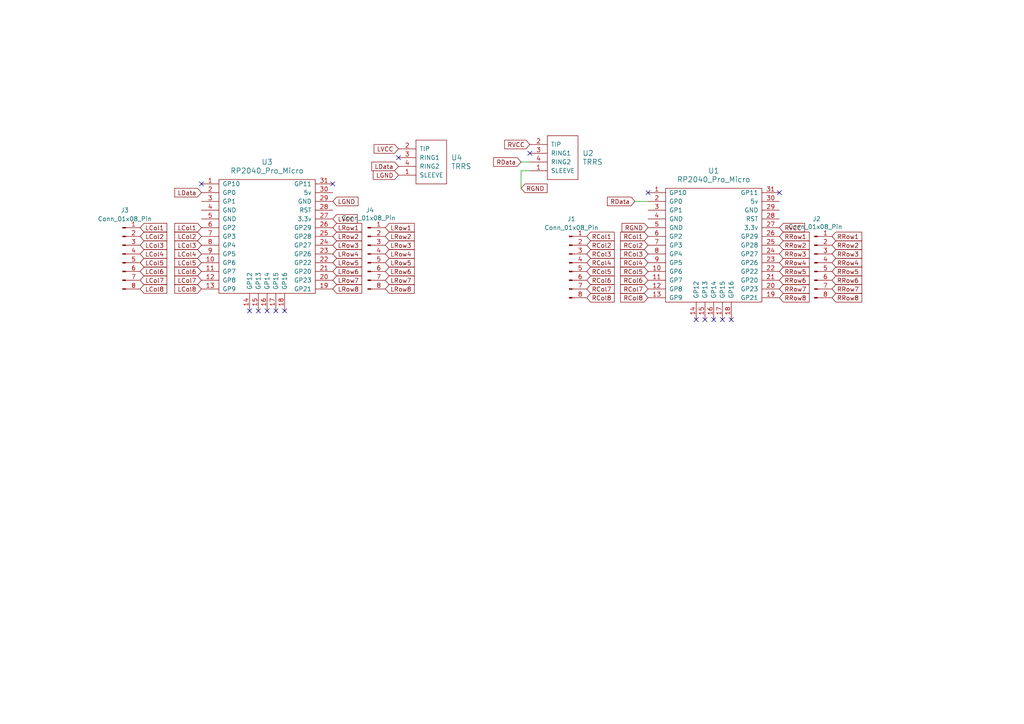
<source format=kicad_sch>
(kicad_sch (version 20231120) (generator "eeschema") (generator_version "8.0")
  (paper "A4")
  (lib_symbols
    (symbol "Connector:Conn_01x08_Pin" (pin_names (offset 1.016) hide)
      (property "Reference" "J" (at 0 10.16 0))
      (property "Value" "Conn_01x08_Pin" (at 0 -12.7 0))
      (symbol "Conn_01x08_Pin_1_1"
        (polyline (pts (xy 1.27 -10.16) (xy 0.8636 -10.16)) (stroke (width 0.1524)))
        (polyline (pts (xy 1.27 -7.62) (xy 0.8636 -7.62)) (stroke (width 0.1524)))
        (polyline (pts (xy 1.27 -5.08) (xy 0.8636 -5.08)) (stroke (width 0.1524)))
        (polyline (pts (xy 1.27 -2.54) (xy 0.8636 -2.54)) (stroke (width 0.1524)))
        (polyline (pts (xy 1.27 0) (xy 0.8636 0)) (stroke (width 0.1524)))
        (polyline (pts (xy 1.27 2.54) (xy 0.8636 2.54)) (stroke (width 0.1524)))
        (polyline (pts (xy 1.27 5.08) (xy 0.8636 5.08)) (stroke (width 0.1524)))
        (polyline (pts (xy 1.27 7.62) (xy 0.8636 7.62)) (stroke (width 0.1524)))
        (rectangle (start 0.8636 -10.033) (end 0 -10.287) (stroke (width 0.1524)) (fill (type outline)))
        (rectangle (start 0.8636 -7.493) (end 0 -7.747) (stroke (width 0.1524)) (fill (type outline)))
        (rectangle (start 0.8636 -4.953) (end 0 -5.207) (stroke (width 0.1524)) (fill (type outline)))
        (rectangle (start 0.8636 -2.413) (end 0 -2.667) (stroke (width 0.1524)) (fill (type outline)))
        (rectangle (start 0.8636 0.127) (end 0 -0.127) (stroke (width 0.1524)) (fill (type outline)))
        (rectangle (start 0.8636 2.667) (end 0 2.413) (stroke (width 0.1524)) (fill (type outline)))
        (rectangle (start 0.8636 5.207) (end 0 4.953) (stroke (width 0.1524)) (fill (type outline)))
        (rectangle (start 0.8636 7.747) (end 0 7.493) (stroke (width 0.1524)) (fill (type outline)))
        (pin passive line (at 5.08 7.62 180) (length 3.81) (name "Pin_1") (number "1"))
        (pin passive line (at 5.08 5.08 180) (length 3.81) (name "Pin_2") (number "2"))
        (pin passive line (at 5.08 2.54 180) (length 3.81) (name "Pin_3") (number "3"))
        (pin passive line (at 5.08 0 180) (length 3.81) (name "Pin_4") (number "4"))
        (pin passive line (at 5.08 -2.54 180) (length 3.81) (name "Pin_5") (number "5"))
        (pin passive line (at 5.08 -5.08 180) (length 3.81) (name "Pin_6") (number "6"))
        (pin passive line (at 5.08 -7.62 180) (length 3.81) (name "Pin_7") (number "7"))
        (pin passive line (at 5.08 -10.16 180) (length 3.81) (name "Pin_8") (number "8"))
      )
    )
    (symbol "ScottoKeebs:MCU_RP2040_Pro_Micro" (pin_names (offset 1.016))
      (property "Reference" "U" (at 0 0 0))
      (property "Value" "RP2040_Pro_Micro" (at 0 -27.686 0))
      (symbol "MCU_RP2040_Pro_Micro_0_1"
        (rectangle (start -13.97 16.51) (end 13.97 -16.51))
      )
      (symbol "MCU_RP2040_Pro_Micro_1_1"
        (pin input line (at -19.05 15.24 0) (length 5.08) (name "GP10") (number "1"))
        (pin input line (at -19.05 -7.62 0) (length 5.08) (name "GP6") (number "10"))
        (pin input line (at -19.05 -10.16 0) (length 5.08) (name "GP7") (number "11"))
        (pin input line (at -19.05 -12.7 0) (length 5.08) (name "GP8") (number "12"))
        (pin input line (at -19.05 -15.24 0) (length 5.08) (name "GP9") (number "13"))
        (pin input line (at -5.08 -21.59 90) (length 5.08) (name "GP12") (number "14"))
        (pin input line (at -2.54 -21.59 90) (length 5.08) (name "GP13") (number "15"))
        (pin input line (at 0 -21.59 90) (length 5.08) (name "GP14") (number "16"))
        (pin input line (at 2.54 -21.59 90) (length 5.08) (name "GP15") (number "17"))
        (pin input line (at 5.08 -21.59 90) (length 5.08) (name "GP16") (number "18"))
        (pin input line (at 19.05 -15.24 180) (length 5.08) (name "GP21") (number "19"))
        (pin input line (at -19.05 12.7 0) (length 5.08) (name "GP0") (number "2"))
        (pin input line (at 19.05 -12.7 180) (length 5.08) (name "GP23") (number "20"))
        (pin input line (at 19.05 -10.16 180) (length 5.08) (name "GP20") (number "21"))
        (pin input line (at 19.05 -7.62 180) (length 5.08) (name "GP22") (number "22"))
        (pin input line (at 19.05 -5.08 180) (length 5.08) (name "GP26") (number "23"))
        (pin input line (at 19.05 -2.54 180) (length 5.08) (name "GP27") (number "24"))
        (pin input line (at 19.05 0 180) (length 5.08) (name "GP28") (number "25"))
        (pin input line (at 19.05 2.54 180) (length 5.08) (name "GP29") (number "26"))
        (pin input line (at 19.05 5.08 180) (length 5.08) (name "3.3v") (number "27"))
        (pin input line (at 19.05 7.62 180) (length 5.08) (name "RST") (number "28"))
        (pin input line (at 19.05 10.16 180) (length 5.08) (name "GND") (number "29"))
        (pin input line (at -19.05 10.16 0) (length 5.08) (name "GP1") (number "3"))
        (pin input line (at 19.05 12.7 180) (length 5.08) (name "5v") (number "30"))
        (pin input line (at 19.05 15.24 180) (length 5.08) (name "GP11") (number "31"))
        (pin input line (at -19.05 7.62 0) (length 5.08) (name "GND") (number "4"))
        (pin input line (at -19.05 5.08 0) (length 5.08) (name "GND") (number "5"))
        (pin input line (at -19.05 2.54 0) (length 5.08) (name "GP2") (number "6"))
        (pin input line (at -19.05 0 0) (length 5.08) (name "GP3") (number "7"))
        (pin input line (at -19.05 -2.54 0) (length 5.08) (name "GP4") (number "8"))
        (pin input line (at -19.05 -5.08 0) (length 5.08) (name "GP5") (number "9"))
      )
    )
    (symbol "ScottoKeebs:Placeholder_TRRS" (pin_names (offset 1.016))
      (property "Reference" "U" (at 0 15.24 0))
      (property "Value" "TRRS" (at 0 -2.54 0))
      (symbol "Placeholder_TRRS_0_1"
        (rectangle (start -3.81 0) (end -3.81 12.7))
        (rectangle (start -3.81 0) (end 5.08 0))
        (rectangle (start -3.81 12.7) (end 5.08 12.7))
        (rectangle (start 5.08 12.7) (end 5.08 0))
      )
      (symbol "Placeholder_TRRS_1_1"
        (pin input line (at -8.89 2.54 0) (length 5.08) (name "SLEEVE") (number "1"))
        (pin input line (at -8.89 10.16 0) (length 5.08) (name "TIP") (number "2"))
        (pin input line (at -8.89 7.62 0) (length 5.08) (name "RING1") (number "3"))
        (pin input line (at -8.89 5.08 0) (length 5.08) (name "RING2") (number "4"))
      )
    )
  )
  (no_connect (at 187.96 55.88))
  (no_connect (at 209.55 92.71))
  (no_connect (at 201.93 92.71))
  (no_connect (at 212.09 92.71))
  (no_connect (at 153.67 44.45))
  (no_connect (at 115.57 45.72))
  (no_connect (at 207.01 92.71))
  (no_connect (at 74.93 90.17))
  (no_connect (at 80.01 90.17))
  (no_connect (at 96.52 53.34))
  (no_connect (at 58.42 53.34))
  (no_connect (at 226.06 55.88))
  (no_connect (at 204.47 92.71))
  (no_connect (at 72.39 90.17))
  (no_connect (at 82.55 90.17))
  (no_connect (at 77.47 90.17))
  (wire (pts (xy 153.67 46.99) (xy 151.13 46.99)))
  (wire (pts (xy 151.13 49.53) (xy 151.13 54.61)))
  (wire (pts (xy 187.96 58.42) (xy 184.15 58.42)))
  (wire (pts (xy 151.13 49.53) (xy 153.67 49.53)))
  (global_label "RCol3" (shape input) (at 170.18 73.66 0) (property "Intersheetrefs" "${INTERSHEET_REFS}" (effects (hide yes))))
  (global_label "RRow4" (shape input) (at 226.06 76.2 0) (property "Intersheetrefs" "${INTERSHEET_REFS}" (effects (hide yes))))
  (global_label "RRow8" (shape input) (at 226.06 86.36 0) (property "Intersheetrefs" "${INTERSHEET_REFS}" (effects (hide yes))))
  (global_label "LRow6" (shape input) (at 111.76 78.74 0) (property "Intersheetrefs" "${INTERSHEET_REFS}" (effects (hide yes))))
  (global_label "LCol1" (shape input) (at 58.42 66.04 180) (property "Intersheetrefs" "${INTERSHEET_REFS}" (effects (hide yes))))
  (global_label "RRow2" (shape input) (at 241.3 71.12 0) (property "Intersheetrefs" "${INTERSHEET_REFS}" (effects (hide yes))))
  (global_label "LCol8" (shape input) (at 58.42 83.82 180) (property "Intersheetrefs" "${INTERSHEET_REFS}" (effects (hide yes))))
  (global_label "LCol7" (shape input) (at 58.42 81.28 180) (property "Intersheetrefs" "${INTERSHEET_REFS}" (effects (hide yes))))
  (global_label "RRow5" (shape input) (at 226.06 78.74 0) (property "Intersheetrefs" "${INTERSHEET_REFS}" (effects (hide yes))))
  (global_label "RCol7" (shape input) (at 187.96 83.82 180) (property "Intersheetrefs" "${INTERSHEET_REFS}" (effects (hide yes))))
  (global_label "LVCC" (shape input) (at 115.57 43.18 180) (property "Intersheetrefs" "${INTERSHEET_REFS}" (effects (hide yes))))
  (global_label "RCol1" (shape input) (at 170.18 68.58 0) (property "Intersheetrefs" "${INTERSHEET_REFS}" (effects (hide yes))))
  (global_label "LRow3" (shape input) (at 111.76 71.12 0) (property "Intersheetrefs" "${INTERSHEET_REFS}" (effects (hide yes))))
  (global_label "RCol4" (shape input) (at 170.18 76.2 0) (property "Intersheetrefs" "${INTERSHEET_REFS}" (effects (hide yes))))
  (global_label "LCol6" (shape input) (at 40.64 78.74 0) (property "Intersheetrefs" "${INTERSHEET_REFS}" (effects (hide yes))))
  (global_label "LCol3" (shape input) (at 58.42 71.12 180) (property "Intersheetrefs" "${INTERSHEET_REFS}" (effects (hide yes))))
  (global_label "RCol4" (shape input) (at 187.96 76.2 180) (property "Intersheetrefs" "${INTERSHEET_REFS}" (effects (hide yes))))
  (global_label "LCol6" (shape input) (at 58.42 78.74 180) (property "Intersheetrefs" "${INTERSHEET_REFS}" (effects (hide yes))))
  (global_label "RRow7" (shape input) (at 241.3 83.82 0) (property "Intersheetrefs" "${INTERSHEET_REFS}" (effects (hide yes))))
  (global_label "LCol4" (shape input) (at 58.42 73.66 180) (property "Intersheetrefs" "${INTERSHEET_REFS}" (effects (hide yes))))
  (global_label "RCol8" (shape input) (at 187.96 86.36 180) (property "Intersheetrefs" "${INTERSHEET_REFS}" (effects (hide yes))))
  (global_label "LRow2" (shape input) (at 111.76 68.58 0) (property "Intersheetrefs" "${INTERSHEET_REFS}" (effects (hide yes))))
  (global_label "LRow8" (shape input) (at 96.52 83.82 0) (property "Intersheetrefs" "${INTERSHEET_REFS}" (effects (hide yes))))
  (global_label "RCol1" (shape input) (at 187.96 68.58 180) (property "Intersheetrefs" "${INTERSHEET_REFS}" (effects (hide yes))))
  (global_label "LCol7" (shape input) (at 40.64 81.28 0) (property "Intersheetrefs" "${INTERSHEET_REFS}" (effects (hide yes))))
  (global_label "RCol6" (shape input) (at 187.96 81.28 180) (property "Intersheetrefs" "${INTERSHEET_REFS}" (effects (hide yes))))
  (global_label "RCol7" (shape input) (at 170.18 83.82 0) (property "Intersheetrefs" "${INTERSHEET_REFS}" (effects (hide yes))))
  (global_label "RCol3" (shape input) (at 187.96 73.66 180) (property "Intersheetrefs" "${INTERSHEET_REFS}" (effects (hide yes))))
  (global_label "LRow6" (shape input) (at 96.52 78.74 0) (property "Intersheetrefs" "${INTERSHEET_REFS}" (effects (hide yes))))
  (global_label "RCol5" (shape input) (at 170.18 78.74 0) (property "Intersheetrefs" "${INTERSHEET_REFS}" (effects (hide yes))))
  (global_label "LCol4" (shape input) (at 40.64 73.66 0) (property "Intersheetrefs" "${INTERSHEET_REFS}" (effects (hide yes))))
  (global_label "LRow5" (shape input) (at 96.52 76.2 0) (property "Intersheetrefs" "${INTERSHEET_REFS}" (effects (hide yes))))
  (global_label "RRow3" (shape input) (at 226.06 73.66 0) (property "Intersheetrefs" "${INTERSHEET_REFS}" (effects (hide yes))))
  (global_label "LVCC" (shape input) (at 96.52 63.5 0) (property "Intersheetrefs" "${INTERSHEET_REFS}" (effects (hide yes))))
  (global_label "LData" (shape input) (at 58.42 55.88 180) (property "Intersheetrefs" "${INTERSHEET_REFS}" (effects (hide yes))))
  (global_label "RData" (shape input) (at 184.15 58.42 180) (property "Intersheetrefs" "${INTERSHEET_REFS}" (effects (hide yes))))
  (global_label "LCol1" (shape input) (at 40.64 66.04 0) (property "Intersheetrefs" "${INTERSHEET_REFS}" (effects (hide yes))))
  (global_label "LCol3" (shape input) (at 40.64 71.12 0) (property "Intersheetrefs" "${INTERSHEET_REFS}" (effects (hide yes))))
  (global_label "RCol2" (shape input) (at 170.18 71.12 0) (property "Intersheetrefs" "${INTERSHEET_REFS}" (effects (hide yes))))
  (global_label "RRow1" (shape input) (at 226.06 68.58 0) (property "Intersheetrefs" "${INTERSHEET_REFS}" (effects (hide yes))))
  (global_label "RRow6" (shape input) (at 241.3 81.28 0) (property "Intersheetrefs" "${INTERSHEET_REFS}" (effects (hide yes))))
  (global_label "LRow4" (shape input) (at 96.52 73.66 0) (property "Intersheetrefs" "${INTERSHEET_REFS}" (effects (hide yes))))
  (global_label "LRow7" (shape input) (at 96.52 81.28 0) (property "Intersheetrefs" "${INTERSHEET_REFS}" (effects (hide yes))))
  (global_label "RRow3" (shape input) (at 241.3 73.66 0) (property "Intersheetrefs" "${INTERSHEET_REFS}" (effects (hide yes))))
  (global_label "RRow5" (shape input) (at 241.3 78.74 0) (property "Intersheetrefs" "${INTERSHEET_REFS}" (effects (hide yes))))
  (global_label "RRow8" (shape input) (at 241.3 86.36 0) (property "Intersheetrefs" "${INTERSHEET_REFS}" (effects (hide yes))))
  (global_label "RData" (shape input) (at 151.13 46.99 180) (property "Intersheetrefs" "${INTERSHEET_REFS}" (effects (hide yes))))
  (global_label "RRow7" (shape input) (at 226.06 83.82 0) (property "Intersheetrefs" "${INTERSHEET_REFS}" (effects (hide yes))))
  (global_label "RGND" (shape input) (at 187.96 66.04 180) (property "Intersheetrefs" "${INTERSHEET_REFS}" (effects (hide yes))))
  (global_label "RRow6" (shape input) (at 226.06 81.28 0) (property "Intersheetrefs" "${INTERSHEET_REFS}" (effects (hide yes))))
  (global_label "RGND" (shape input) (at 151.13 54.61 0) (property "Intersheetrefs" "${INTERSHEET_REFS}" (effects (hide yes))))
  (global_label "RRow2" (shape input) (at 226.06 71.12 0) (property "Intersheetrefs" "${INTERSHEET_REFS}" (effects (hide yes))))
  (global_label "LRow2" (shape input) (at 96.52 68.58 0) (property "Intersheetrefs" "${INTERSHEET_REFS}" (effects (hide yes))))
  (global_label "RRow4" (shape input) (at 241.3 76.2 0) (property "Intersheetrefs" "${INTERSHEET_REFS}" (effects (hide yes))))
  (global_label "RRow1" (shape input) (at 241.3 68.58 0) (property "Intersheetrefs" "${INTERSHEET_REFS}" (effects (hide yes))))
  (global_label "LGND" (shape input) (at 96.52 58.42 0) (property "Intersheetrefs" "${INTERSHEET_REFS}" (effects (hide yes))))
  (global_label "RCol6" (shape input) (at 170.18 81.28 0) (property "Intersheetrefs" "${INTERSHEET_REFS}" (effects (hide yes))))
  (global_label "LGND" (shape input) (at 115.57 50.8 180) (property "Intersheetrefs" "${INTERSHEET_REFS}" (effects (hide yes))))
  (global_label "LRow8" (shape input) (at 111.76 83.82 0) (property "Intersheetrefs" "${INTERSHEET_REFS}" (effects (hide yes))))
  (global_label "LRow1" (shape input) (at 96.52 66.04 0) (property "Intersheetrefs" "${INTERSHEET_REFS}" (effects (hide yes))))
  (global_label "LRow7" (shape input) (at 111.76 81.28 0) (property "Intersheetrefs" "${INTERSHEET_REFS}" (effects (hide yes))))
  (global_label "LCol5" (shape input) (at 58.42 76.2 180) (property "Intersheetrefs" "${INTERSHEET_REFS}" (effects (hide yes))))
  (global_label "RCol8" (shape input) (at 170.18 86.36 0) (property "Intersheetrefs" "${INTERSHEET_REFS}" (effects (hide yes))))
  (global_label "LCol2" (shape input) (at 40.64 68.58 0) (property "Intersheetrefs" "${INTERSHEET_REFS}" (effects (hide yes))))
  (global_label "LCol8" (shape input) (at 40.64 83.82 0) (property "Intersheetrefs" "${INTERSHEET_REFS}" (effects (hide yes))))
  (global_label "RCol2" (shape input) (at 187.96 71.12 180) (property "Intersheetrefs" "${INTERSHEET_REFS}" (effects (hide yes))))
  (global_label "LRow5" (shape input) (at 111.76 76.2 0) (property "Intersheetrefs" "${INTERSHEET_REFS}" (effects (hide yes))))
  (global_label "LRow3" (shape input) (at 96.52 71.12 0) (property "Intersheetrefs" "${INTERSHEET_REFS}" (effects (hide yes))))
  (global_label "LRow4" (shape input) (at 111.76 73.66 0) (property "Intersheetrefs" "${INTERSHEET_REFS}" (effects (hide yes))))
  (global_label "LCol2" (shape input) (at 58.42 68.58 180) (property "Intersheetrefs" "${INTERSHEET_REFS}" (effects (hide yes))))
  (global_label "RVCC" (shape input) (at 153.67 41.91 180) (property "Intersheetrefs" "${INTERSHEET_REFS}" (effects (hide yes))))
  (global_label "RVCC" (shape input) (at 226.06 66.04 0) (property "Intersheetrefs" "${INTERSHEET_REFS}" (effects (hide yes))))
  (global_label "RCol5" (shape input) (at 187.96 78.74 180) (property "Intersheetrefs" "${INTERSHEET_REFS}" (effects (hide yes))))
  (global_label "LRow1" (shape input) (at 111.76 66.04 0) (property "Intersheetrefs" "${INTERSHEET_REFS}" (effects (hide yes))))
  (global_label "LData" (shape input) (at 115.57 48.26 180) (property "Intersheetrefs" "${INTERSHEET_REFS}" (effects (hide yes))))
  (global_label "LCol5" (shape input) (at 40.64 76.2 0) (property "Intersheetrefs" "${INTERSHEET_REFS}" (effects (hide yes))))
  (symbol (lib_id "ScottoKeebs:MCU_RP2040_Pro_Micro") (at 207.01 71.12 0) (unit 1)
    (property "Reference" "U1" (at 207.01 49.53 0) (effects (font (size 1.524 1.524))))
    (property "Value" "RP2040_Pro_Micro" (at 207.01 52.07 0) (effects (font (size 1.524 1.524))))
    (property "Footprint" "ScottoKeebs_MCU:RP2040_Pro_Micro" (effects (hide yes)))
  )
  (symbol (lib_id "Connector:Conn_01x08_Pin") (at 35.56 73.66 0) (unit 1)
    (property "Reference" "J3" (at 36.195 60.96 0))
    (property "Value" "Conn_01x08_Pin" (at 36.195 63.5 0))
    (property "Footprint" "Connector_PinHeader_2.54mm:PinHeader_1x08_P2.54mm_Vertical" (effects (hide yes)))
    (property "Description" "Generic connector, single row, 01x08, script generated" (effects (hide yes)))
  )
  (symbol (lib_id "ScottoKeebs:Placeholder_TRRS") (at 162.56 52.07 0) (unit 1)
    (property "Reference" "U2" (at 168.91 44.4499 0) (effects (font (size 1.524 1.524)) (justify left)))
    (property "Value" "TRRS" (at 168.91 46.9899 0) (effects (font (size 1.524 1.524)) (justify left)))
    (property "Footprint" "ScottoKeebs_Components:TRRS_PJ-320A" (effects (hide yes)))
  )
  (symbol (lib_id "Connector:Conn_01x08_Pin") (at 106.68 73.66 0) (unit 1)
    (property "Reference" "J4" (at 107.315 60.96 0))
    (property "Value" "Conn_01x08_Pin" (at 106.934 63.246 0))
    (property "Footprint" "Connector_PinHeader_2.54mm:PinHeader_1x08_P2.54mm_Vertical" (effects (hide yes)))
    (property "Description" "Generic connector, single row, 01x08, script generated" (effects (hide yes)))
  )
  (symbol (lib_id "ScottoKeebs:MCU_RP2040_Pro_Micro") (at 77.47 68.58 0) (unit 1)
    (property "Reference" "U3" (at 77.47 46.99 0) (effects (font (size 1.524 1.524))))
    (property "Value" "RP2040_Pro_Micro" (at 77.47 49.53 0) (effects (font (size 1.524 1.524))))
    (property "Footprint" "ScottoKeebs_MCU:RP2040_Pro_Micro" (effects (hide yes)))
  )
  (symbol (lib_id "Connector:Conn_01x08_Pin") (at 165.1 76.2 0) (unit 1)
    (property "Reference" "J1" (at 165.735 63.5 0))
    (property "Value" "Conn_01x08_Pin" (at 165.735 66.04 0))
    (property "Footprint" "Connector_PinHeader_2.54mm:PinHeader_1x08_P2.54mm_Vertical" (effects (hide yes)))
    (property "Description" "Generic connector, single row, 01x08, script generated" (effects (hide yes)))
  )
  (symbol (lib_id "Connector:Conn_01x08_Pin") (at 236.22 76.2 0) (unit 1)
    (property "Reference" "J2" (at 236.855 63.5 0))
    (property "Value" "Conn_01x08_Pin" (at 236.474 65.786 0))
    (property "Footprint" "Connector_PinHeader_2.54mm:PinHeader_1x08_P2.54mm_Vertical" (effects (hide yes)))
    (property "Description" "Generic connector, single row, 01x08, script generated" (effects (hide yes)))
  )
  (symbol (lib_id "ScottoKeebs:Placeholder_TRRS") (at 124.46 53.34 0) (unit 1)
    (property "Reference" "U4" (at 130.81 45.7199 0) (effects (font (size 1.524 1.524)) (justify left)))
    (property "Value" "TRRS" (at 130.81 48.2599 0) (effects (font (size 1.524 1.524)) (justify left)))
    (property "Footprint" "ScottoKeebs_Components:TRRS_PJ-320A" (effects (hide yes)))
  )
)
</source>
